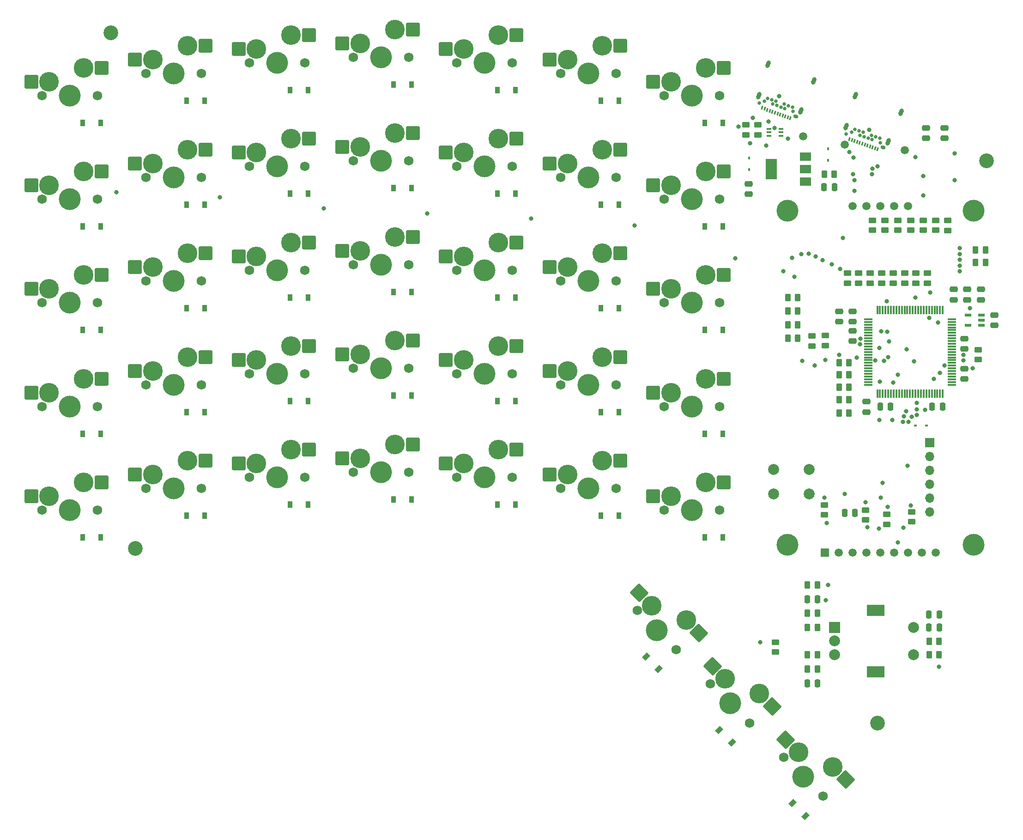
<source format=gbr>
%TF.GenerationSoftware,KiCad,Pcbnew,(6.0.7-1)-1*%
%TF.CreationDate,2022-10-21T17:23:08-04:00*%
%TF.ProjectId,Splitboard-A,53706c69-7462-46f6-9172-642d412e6b69,rev?*%
%TF.SameCoordinates,Original*%
%TF.FileFunction,Soldermask,Bot*%
%TF.FilePolarity,Negative*%
%FSLAX46Y46*%
G04 Gerber Fmt 4.6, Leading zero omitted, Abs format (unit mm)*
G04 Created by KiCad (PCBNEW (6.0.7-1)-1) date 2022-10-21 17:23:08*
%MOMM*%
%LPD*%
G01*
G04 APERTURE LIST*
G04 Aperture macros list*
%AMRoundRect*
0 Rectangle with rounded corners*
0 $1 Rounding radius*
0 $2 $3 $4 $5 $6 $7 $8 $9 X,Y pos of 4 corners*
0 Add a 4 corners polygon primitive as box body*
4,1,4,$2,$3,$4,$5,$6,$7,$8,$9,$2,$3,0*
0 Add four circle primitives for the rounded corners*
1,1,$1+$1,$2,$3*
1,1,$1+$1,$4,$5*
1,1,$1+$1,$6,$7*
1,1,$1+$1,$8,$9*
0 Add four rect primitives between the rounded corners*
20,1,$1+$1,$2,$3,$4,$5,0*
20,1,$1+$1,$4,$5,$6,$7,0*
20,1,$1+$1,$6,$7,$8,$9,0*
20,1,$1+$1,$8,$9,$2,$3,0*%
%AMHorizOval*
0 Thick line with rounded ends*
0 $1 width*
0 $2 $3 position (X,Y) of the first rounded end (center of the circle)*
0 $4 $5 position (X,Y) of the second rounded end (center of the circle)*
0 Add line between two ends*
20,1,$1,$2,$3,$4,$5,0*
0 Add two circle primitives to create the rounded ends*
1,1,$1,$2,$3*
1,1,$1,$4,$5*%
%AMRotRect*
0 Rectangle, with rotation*
0 The origin of the aperture is its center*
0 $1 length*
0 $2 width*
0 $3 Rotation angle, in degrees counterclockwise*
0 Add horizontal line*
21,1,$1,$2,0,0,$3*%
G04 Aperture macros list end*
%ADD10C,1.750000*%
%ADD11RoundRect,0.250000X-1.025000X-1.000000X1.025000X-1.000000X1.025000X1.000000X-1.025000X1.000000X0*%
%ADD12C,4.000000*%
%ADD13C,3.600000*%
%ADD14RoundRect,0.250000X-1.431891X0.017678X0.017678X-1.431891X1.431891X-0.017678X-0.017678X1.431891X0*%
%ADD15R,1.500000X1.500000*%
%ADD16C,1.500000*%
%ADD17R,2.000000X2.000000*%
%ADD18C,2.000000*%
%ADD19R,3.200000X2.000000*%
%ADD20RoundRect,0.250000X-0.250000X-0.475000X0.250000X-0.475000X0.250000X0.475000X-0.250000X0.475000X0*%
%ADD21RoundRect,0.250000X0.475000X-0.250000X0.475000X0.250000X-0.475000X0.250000X-0.475000X-0.250000X0*%
%ADD22R,0.600000X0.450000*%
%ADD23RoundRect,0.250000X-0.262500X-0.450000X0.262500X-0.450000X0.262500X0.450000X-0.262500X0.450000X0*%
%ADD24RoundRect,0.250000X0.262500X0.450000X-0.262500X0.450000X-0.262500X-0.450000X0.262500X-0.450000X0*%
%ADD25RoundRect,0.250000X-0.475000X0.250000X-0.475000X-0.250000X0.475000X-0.250000X0.475000X0.250000X0*%
%ADD26RoundRect,0.250000X0.450000X-0.262500X0.450000X0.262500X-0.450000X0.262500X-0.450000X-0.262500X0*%
%ADD27R,0.900000X1.200000*%
%ADD28RoundRect,0.250000X-0.450000X0.262500X-0.450000X-0.262500X0.450000X-0.262500X0.450000X0.262500X0*%
%ADD29C,2.700000*%
%ADD30R,1.700000X1.700000*%
%ADD31O,1.700000X1.700000*%
%ADD32RotRect,0.900000X1.200000X315.000000*%
%ADD33R,2.000000X1.500000*%
%ADD34R,2.000000X3.800000*%
%ADD35R,1.300000X0.550000*%
%ADD36RoundRect,0.250000X0.250000X0.475000X-0.250000X0.475000X-0.250000X-0.475000X0.250000X-0.475000X0*%
%ADD37R,0.876300X0.355600*%
%ADD38RoundRect,0.075000X0.725000X0.075000X-0.725000X0.075000X-0.725000X-0.075000X0.725000X-0.075000X0*%
%ADD39RoundRect,0.075000X0.075000X0.725000X-0.075000X0.725000X-0.075000X-0.725000X0.075000X-0.725000X0*%
%ADD40R,0.450000X0.600000*%
%ADD41HorizOval,0.650000X0.140954X-0.051303X-0.140954X0.051303X0*%
%ADD42C,0.650000*%
%ADD43RotRect,0.300000X0.700000X340.000000*%
%ADD44HorizOval,0.800000X-0.102606X-0.281908X0.102606X0.281908X0*%
%ADD45C,0.800000*%
G04 APERTURE END LIST*
D10*
%TO.C,K28*%
X224080000Y-97000000D03*
D11*
X224842000Y-91920000D03*
D12*
X219000000Y-97000000D03*
D11*
X211915000Y-94460000D03*
D10*
X213920000Y-97000000D03*
D13*
X215190000Y-94460000D03*
X221540000Y-91920000D03*
%TD*%
D12*
%TO.C,K11*%
X162000000Y-52000000D03*
D10*
X156920000Y-52000000D03*
D11*
X167842000Y-46920000D03*
D10*
X167080000Y-52000000D03*
D11*
X154915000Y-49460000D03*
D13*
X158190000Y-49460000D03*
X164540000Y-46920000D03*
%TD*%
D12*
%TO.C,K33*%
X181000000Y-110000000D03*
D11*
X186842000Y-104920000D03*
D10*
X175920000Y-110000000D03*
X186080000Y-110000000D03*
D11*
X173915000Y-107460000D03*
D13*
X177190000Y-107460000D03*
X183540000Y-104920000D03*
%TD*%
D10*
%TO.C,K20*%
X205080000Y-74000000D03*
D12*
X200000000Y-74000000D03*
D11*
X205842000Y-68920000D03*
X192915000Y-71460000D03*
D10*
X194920000Y-74000000D03*
D13*
X196190000Y-71460000D03*
X202540000Y-68920000D03*
%TD*%
D11*
%TO.C,K13*%
X205842000Y-49920000D03*
X192915000Y-52460000D03*
D10*
X194920000Y-55000000D03*
X205080000Y-55000000D03*
D12*
X200000000Y-55000000D03*
D13*
X196190000Y-52460000D03*
X202540000Y-49920000D03*
%TD*%
D11*
%TO.C,K7*%
X211915000Y-37460000D03*
X224842000Y-34920000D03*
D10*
X224080000Y-40000000D03*
D12*
X219000000Y-40000000D03*
D10*
X213920000Y-40000000D03*
D13*
X215190000Y-37460000D03*
X221540000Y-34920000D03*
%TD*%
D11*
%TO.C,K17*%
X148842000Y-66920000D03*
D12*
X143000000Y-72000000D03*
D10*
X148080000Y-72000000D03*
D11*
X135915000Y-69460000D03*
D10*
X137920000Y-72000000D03*
D13*
X139190000Y-69460000D03*
X145540000Y-66920000D03*
%TD*%
D11*
%TO.C,K16*%
X129842000Y-68920000D03*
D12*
X124000000Y-74000000D03*
D11*
X116915000Y-71460000D03*
D10*
X129080000Y-74000000D03*
X118920000Y-74000000D03*
D13*
X120190000Y-71460000D03*
X126540000Y-68920000D03*
%TD*%
D10*
%TO.C,K37*%
X229592102Y-154987367D03*
D12*
X226000000Y-151395265D03*
D10*
X222407898Y-147803163D03*
D14*
X233723020Y-151934080D03*
X222786200Y-144589362D03*
D13*
X225101974Y-146905137D03*
X231388154Y-149599214D03*
%TD*%
D12*
%TO.C,U2*%
X270610000Y-61100000D03*
X270610000Y-122300000D03*
X236510000Y-61100000D03*
X236510000Y-122300000D03*
D15*
X243400000Y-123800000D03*
D16*
X245940000Y-123800000D03*
X248480000Y-123800000D03*
X251020000Y-123800000D03*
X253560000Y-123800000D03*
X256100000Y-123800000D03*
X258640000Y-123800000D03*
X261180000Y-123800000D03*
X263720000Y-123800000D03*
X248480000Y-60280000D03*
X251020000Y-60280000D03*
X253560000Y-60280000D03*
X256100000Y-60280000D03*
X258640000Y-60280000D03*
%TD*%
D11*
%TO.C,K2*%
X116915000Y-33460000D03*
D10*
X129080000Y-36000000D03*
X118920000Y-36000000D03*
D12*
X124000000Y-36000000D03*
D11*
X129842000Y-30920000D03*
D13*
X120190000Y-33460000D03*
X126540000Y-30920000D03*
%TD*%
D10*
%TO.C,K38*%
X243027131Y-168422396D03*
D14*
X247158049Y-165369109D03*
X236221229Y-158024391D03*
D12*
X239435029Y-164830294D03*
D10*
X235842927Y-161238192D03*
D13*
X238537003Y-160340166D03*
X244823183Y-163034243D03*
%TD*%
D12*
%TO.C,K5*%
X181000000Y-34000000D03*
D11*
X186842000Y-28920000D03*
D10*
X186080000Y-34000000D03*
D11*
X173915000Y-31460000D03*
D10*
X175920000Y-34000000D03*
D13*
X177190000Y-31460000D03*
X183540000Y-28920000D03*
%TD*%
D11*
%TO.C,K9*%
X129842000Y-49920000D03*
D10*
X118920000Y-55000000D03*
X129080000Y-55000000D03*
D11*
X116915000Y-52460000D03*
D12*
X124000000Y-55000000D03*
D13*
X120190000Y-52460000D03*
X126540000Y-49920000D03*
%TD*%
D10*
%TO.C,K32*%
X156920000Y-109000000D03*
D11*
X154915000Y-106460000D03*
D12*
X162000000Y-109000000D03*
D10*
X167080000Y-109000000D03*
D11*
X167842000Y-103920000D03*
D13*
X158190000Y-106460000D03*
X164540000Y-103920000D03*
%TD*%
D10*
%TO.C,K1*%
X110080000Y-40000000D03*
D12*
X105000000Y-40000000D03*
D11*
X97915000Y-37460000D03*
X110842000Y-34920000D03*
D10*
X99920000Y-40000000D03*
D13*
X101190000Y-37460000D03*
X107540000Y-34920000D03*
%TD*%
D10*
%TO.C,K26*%
X175920000Y-91000000D03*
D11*
X186842000Y-85920000D03*
X173915000Y-88460000D03*
D12*
X181000000Y-91000000D03*
D10*
X186080000Y-91000000D03*
D13*
X177190000Y-88460000D03*
X183540000Y-85920000D03*
%TD*%
D17*
%TO.C,SW1*%
X245175000Y-137475000D03*
D18*
X245175000Y-142475000D03*
X245175000Y-139975000D03*
D19*
X252675000Y-145575000D03*
X252675000Y-134375000D03*
D18*
X259675000Y-142475000D03*
X259675000Y-137475000D03*
%TD*%
D11*
%TO.C,K4*%
X167842000Y-27920000D03*
X154915000Y-30460000D03*
D12*
X162000000Y-33000000D03*
D10*
X167080000Y-33000000D03*
X156920000Y-33000000D03*
D13*
X158190000Y-30460000D03*
X164540000Y-27920000D03*
%TD*%
D11*
%TO.C,K34*%
X192915000Y-109460000D03*
D10*
X194920000Y-112000000D03*
D12*
X200000000Y-112000000D03*
D11*
X205842000Y-106920000D03*
D10*
X205080000Y-112000000D03*
D13*
X196190000Y-109460000D03*
X202540000Y-106920000D03*
%TD*%
D11*
%TO.C,K30*%
X116915000Y-109460000D03*
X129842000Y-106920000D03*
D10*
X129080000Y-112000000D03*
D12*
X124000000Y-112000000D03*
D10*
X118920000Y-112000000D03*
D13*
X120190000Y-109460000D03*
X126540000Y-106920000D03*
%TD*%
D11*
%TO.C,K14*%
X224842000Y-53920000D03*
D10*
X213920000Y-59000000D03*
X224080000Y-59000000D03*
D11*
X211915000Y-56460000D03*
D12*
X219000000Y-59000000D03*
D13*
X215190000Y-56460000D03*
X221540000Y-53920000D03*
%TD*%
D11*
%TO.C,K12*%
X173915000Y-50460000D03*
X186842000Y-47920000D03*
D10*
X186080000Y-53000000D03*
X175920000Y-53000000D03*
D12*
X181000000Y-53000000D03*
D13*
X177190000Y-50460000D03*
X183540000Y-47920000D03*
%TD*%
D12*
%TO.C,K22*%
X105000000Y-97000000D03*
D10*
X110080000Y-97000000D03*
X99920000Y-97000000D03*
D11*
X110842000Y-91920000D03*
X97915000Y-94460000D03*
D13*
X101190000Y-94460000D03*
X107540000Y-91920000D03*
%TD*%
D10*
%TO.C,K6*%
X205080000Y-36000000D03*
D11*
X192915000Y-33460000D03*
D12*
X200000000Y-36000000D03*
D10*
X194920000Y-36000000D03*
D11*
X205842000Y-30920000D03*
D13*
X196190000Y-33460000D03*
X202540000Y-30920000D03*
%TD*%
D10*
%TO.C,K8*%
X110080000Y-59000000D03*
D11*
X97915000Y-56460000D03*
D12*
X105000000Y-59000000D03*
D10*
X99920000Y-59000000D03*
D11*
X110842000Y-53920000D03*
D13*
X101190000Y-56460000D03*
X107540000Y-53920000D03*
%TD*%
D10*
%TO.C,K18*%
X156920000Y-71000000D03*
D11*
X154915000Y-68460000D03*
D12*
X162000000Y-71000000D03*
D10*
X167080000Y-71000000D03*
D11*
X167842000Y-65920000D03*
D13*
X158190000Y-68460000D03*
X164540000Y-65920000D03*
%TD*%
D11*
%TO.C,K15*%
X110842000Y-72920000D03*
D10*
X110080000Y-78000000D03*
D11*
X97915000Y-75460000D03*
D10*
X99920000Y-78000000D03*
D12*
X105000000Y-78000000D03*
D13*
X101190000Y-75460000D03*
X107540000Y-72920000D03*
%TD*%
D12*
%TO.C,K21*%
X219000000Y-78000000D03*
D11*
X224842000Y-72920000D03*
X211915000Y-75460000D03*
D10*
X224080000Y-78000000D03*
X213920000Y-78000000D03*
D13*
X215190000Y-75460000D03*
X221540000Y-72920000D03*
%TD*%
D11*
%TO.C,K19*%
X173915000Y-69460000D03*
X186842000Y-66920000D03*
D10*
X175920000Y-72000000D03*
D12*
X181000000Y-72000000D03*
D10*
X186080000Y-72000000D03*
D13*
X177190000Y-69460000D03*
X183540000Y-66920000D03*
%TD*%
D12*
%TO.C,K25*%
X162000000Y-90000000D03*
D11*
X167842000Y-84920000D03*
X154915000Y-87460000D03*
D10*
X167080000Y-90000000D03*
X156920000Y-90000000D03*
D13*
X158190000Y-87460000D03*
X164540000Y-84920000D03*
%TD*%
D10*
%TO.C,K10*%
X137920000Y-53000000D03*
D11*
X135915000Y-50460000D03*
D10*
X148080000Y-53000000D03*
D12*
X143000000Y-53000000D03*
D11*
X148842000Y-47920000D03*
D13*
X139190000Y-50460000D03*
X145540000Y-47920000D03*
%TD*%
D10*
%TO.C,K31*%
X137920000Y-110000000D03*
X148080000Y-110000000D03*
D11*
X135915000Y-107460000D03*
D12*
X143000000Y-110000000D03*
D11*
X148842000Y-104920000D03*
D13*
X139190000Y-107460000D03*
X145540000Y-104920000D03*
%TD*%
D11*
%TO.C,K23*%
X116915000Y-90460000D03*
X129842000Y-87920000D03*
D10*
X129080000Y-93000000D03*
D12*
X124000000Y-93000000D03*
D10*
X118920000Y-93000000D03*
D13*
X120190000Y-90460000D03*
X126540000Y-87920000D03*
%TD*%
D10*
%TO.C,K29*%
X99920000Y-116000000D03*
D11*
X110842000Y-110920000D03*
X97915000Y-113460000D03*
D12*
X105000000Y-116000000D03*
D10*
X110080000Y-116000000D03*
D13*
X101190000Y-113460000D03*
X107540000Y-110920000D03*
%TD*%
D11*
%TO.C,K24*%
X148842000Y-85920000D03*
D10*
X148080000Y-91000000D03*
D11*
X135915000Y-88460000D03*
D12*
X143000000Y-91000000D03*
D10*
X137920000Y-91000000D03*
D13*
X139190000Y-88460000D03*
X145540000Y-85920000D03*
%TD*%
D14*
%TO.C,K36*%
X209351171Y-131154333D03*
D10*
X216157073Y-141552338D03*
D14*
X220287991Y-138499051D03*
D10*
X208972869Y-134368134D03*
D12*
X212564971Y-137960236D03*
D13*
X211666945Y-133470108D03*
X217953125Y-136164185D03*
%TD*%
D10*
%TO.C,K35*%
X213920000Y-116000000D03*
D11*
X211915000Y-113460000D03*
D10*
X224080000Y-116000000D03*
D12*
X219000000Y-116000000D03*
D11*
X224842000Y-110920000D03*
D13*
X215190000Y-113460000D03*
X221540000Y-110920000D03*
%TD*%
D11*
%TO.C,K27*%
X205842000Y-87920000D03*
D12*
X200000000Y-93000000D03*
D10*
X194920000Y-93000000D03*
D11*
X192915000Y-90460000D03*
D10*
X205080000Y-93000000D03*
D13*
X196190000Y-90460000D03*
X202540000Y-87920000D03*
%TD*%
D10*
%TO.C,K3*%
X148080000Y-34000000D03*
X137920000Y-34000000D03*
D11*
X148842000Y-28920000D03*
D12*
X143000000Y-34000000D03*
D11*
X135915000Y-31460000D03*
D13*
X139190000Y-31460000D03*
X145540000Y-28920000D03*
%TD*%
D20*
%TO.C,C5*%
X262450000Y-137500000D03*
X264350000Y-137500000D03*
%TD*%
D21*
%TO.C,C20*%
X265300000Y-47850000D03*
X265300000Y-45950000D03*
%TD*%
D22*
%TO.C,D41*%
X259950000Y-100500000D03*
X262050000Y-100500000D03*
%TD*%
D23*
%TO.C,R7*%
X236587500Y-82000000D03*
X238412500Y-82000000D03*
%TD*%
D24*
%TO.C,R14*%
X242012500Y-145100000D03*
X240187500Y-145100000D03*
%TD*%
D25*
%TO.C,C10*%
X248500000Y-79550000D03*
X248500000Y-81450000D03*
%TD*%
D26*
%TO.C,R16*%
X259100000Y-64712500D03*
X259100000Y-62887500D03*
%TD*%
D20*
%TO.C,C8*%
X263050000Y-97000000D03*
X264950000Y-97000000D03*
%TD*%
D18*
%TO.C,SW2*%
X234000000Y-108500000D03*
X240500000Y-108500000D03*
X234000000Y-113000000D03*
X240500000Y-113000000D03*
%TD*%
D26*
%TO.C,R25*%
X251700000Y-74412500D03*
X251700000Y-72587500D03*
%TD*%
D20*
%TO.C,C1*%
X253550000Y-97000000D03*
X255450000Y-97000000D03*
%TD*%
D27*
%TO.C,D22*%
X110650000Y-102000000D03*
X107350000Y-102000000D03*
%TD*%
D28*
%TO.C,R2*%
X231100000Y-45387500D03*
X231100000Y-47212500D03*
%TD*%
D29*
%TO.C,H1*%
X273000000Y-52000000D03*
%TD*%
D25*
%TO.C,C9*%
X246000000Y-79550000D03*
X246000000Y-81450000D03*
%TD*%
D27*
%TO.C,D19*%
X186650000Y-77000000D03*
X183350000Y-77000000D03*
%TD*%
D21*
%TO.C,C12*%
X269500000Y-77450000D03*
X269500000Y-75550000D03*
%TD*%
D20*
%TO.C,C3*%
X243250000Y-56800000D03*
X245150000Y-56800000D03*
%TD*%
D27*
%TO.C,D9*%
X129650000Y-60000000D03*
X126350000Y-60000000D03*
%TD*%
D23*
%TO.C,R38*%
X270987500Y-70600000D03*
X272812500Y-70600000D03*
%TD*%
D27*
%TO.C,D13*%
X205650000Y-60000000D03*
X202350000Y-60000000D03*
%TD*%
D24*
%TO.C,R36*%
X242012500Y-129700000D03*
X240187500Y-129700000D03*
%TD*%
D27*
%TO.C,D10*%
X148650000Y-58000000D03*
X145350000Y-58000000D03*
%TD*%
D26*
%TO.C,R20*%
X265900000Y-64725000D03*
X265900000Y-62900000D03*
%TD*%
D27*
%TO.C,D12*%
X186650000Y-58000000D03*
X183350000Y-58000000D03*
%TD*%
D30*
%TO.C,J3*%
X262625000Y-103650000D03*
D31*
X262625000Y-106190000D03*
X262625000Y-108730000D03*
X262625000Y-111270000D03*
X262625000Y-113810000D03*
X262625000Y-116350000D03*
%TD*%
D27*
%TO.C,D16*%
X129650000Y-79000000D03*
X126350000Y-79000000D03*
%TD*%
D26*
%TO.C,R18*%
X263700000Y-64700000D03*
X263700000Y-62875000D03*
%TD*%
D27*
%TO.C,D15*%
X110650000Y-83000000D03*
X107350000Y-83000000D03*
%TD*%
D26*
%TO.C,R4*%
X243500000Y-85825000D03*
X243500000Y-84000000D03*
%TD*%
%TO.C,R30*%
X262200000Y-74412500D03*
X262200000Y-72587500D03*
%TD*%
D23*
%TO.C,R11*%
X240187500Y-137487500D03*
X242012500Y-137487500D03*
%TD*%
D32*
%TO.C,D37*%
X224025688Y-156248710D03*
X226359140Y-158582162D03*
%TD*%
D26*
%TO.C,R17*%
X256800000Y-64712500D03*
X256800000Y-62887500D03*
%TD*%
D27*
%TO.C,D11*%
X167650000Y-57000000D03*
X164350000Y-57000000D03*
%TD*%
D28*
%TO.C,R15*%
X271500000Y-86587500D03*
X271500000Y-88412500D03*
%TD*%
%TO.C,R22*%
X234300000Y-140187500D03*
X234300000Y-142012500D03*
%TD*%
D27*
%TO.C,D2*%
X129650000Y-41000000D03*
X126350000Y-41000000D03*
%TD*%
D21*
%TO.C,C13*%
X272000000Y-77450000D03*
X272000000Y-75550000D03*
%TD*%
D20*
%TO.C,C6*%
X262450000Y-135100000D03*
X264350000Y-135100000D03*
%TD*%
D23*
%TO.C,R9*%
X236587500Y-77000000D03*
X238412500Y-77000000D03*
%TD*%
D27*
%TO.C,D14*%
X224650000Y-64000000D03*
X221350000Y-64000000D03*
%TD*%
D23*
%TO.C,R39*%
X270987500Y-68300000D03*
X272812500Y-68300000D03*
%TD*%
D25*
%TO.C,C4*%
X229400000Y-56200000D03*
X229400000Y-58100000D03*
%TD*%
D33*
%TO.C,U4*%
X239850000Y-51200000D03*
X239850000Y-53500000D03*
D34*
X233550000Y-53500000D03*
D33*
X239850000Y-55800000D03*
%TD*%
D27*
%TO.C,D17*%
X148650000Y-77000000D03*
X145350000Y-77000000D03*
%TD*%
D20*
%TO.C,C16*%
X240150000Y-132300000D03*
X242050000Y-132300000D03*
%TD*%
D27*
%TO.C,D23*%
X129650000Y-98000000D03*
X126350000Y-98000000D03*
%TD*%
D24*
%TO.C,R33*%
X247812500Y-93480000D03*
X245987500Y-93480000D03*
%TD*%
D27*
%TO.C,D3*%
X148650000Y-39000000D03*
X145350000Y-39000000D03*
%TD*%
%TO.C,D34*%
X205650000Y-117000000D03*
X202350000Y-117000000D03*
%TD*%
D25*
%TO.C,C7*%
X251000000Y-96100000D03*
X251000000Y-98000000D03*
%TD*%
D35*
%TO.C,U1*%
X272123500Y-80248499D03*
X272123500Y-81198500D03*
X272123500Y-82148501D03*
X269623500Y-82148501D03*
X269623500Y-80248499D03*
%TD*%
D28*
%TO.C,R41*%
X259334000Y-116283100D03*
X259334000Y-118108100D03*
%TD*%
D24*
%TO.C,FB1*%
X245112500Y-54400000D03*
X243287500Y-54400000D03*
%TD*%
D21*
%TO.C,C14*%
X269000000Y-86450000D03*
X269000000Y-84550000D03*
%TD*%
D25*
%TO.C,C15*%
X269000000Y-90050000D03*
X269000000Y-91950000D03*
%TD*%
D27*
%TO.C,D30*%
X129650000Y-117000000D03*
X126350000Y-117000000D03*
%TD*%
%TO.C,D25*%
X167650000Y-95000000D03*
X164350000Y-95000000D03*
%TD*%
D36*
%TO.C,C17*%
X242050000Y-147700000D03*
X240150000Y-147700000D03*
%TD*%
D32*
%TO.C,D36*%
X210590654Y-142813684D03*
X212924106Y-145147136D03*
%TD*%
D27*
%TO.C,D35*%
X224650000Y-121000000D03*
X221350000Y-121000000D03*
%TD*%
D26*
%TO.C,R26*%
X253800000Y-74412500D03*
X253800000Y-72587500D03*
%TD*%
%TO.C,R28*%
X258000000Y-74412500D03*
X258000000Y-72587500D03*
%TD*%
D28*
%TO.C,R40*%
X243281200Y-115013100D03*
X243281200Y-116838100D03*
%TD*%
D21*
%TO.C,C21*%
X274500000Y-82150000D03*
X274500000Y-80250000D03*
%TD*%
D26*
%TO.C,R27*%
X255900000Y-74412500D03*
X255900000Y-72587500D03*
%TD*%
D27*
%TO.C,D31*%
X148650000Y-115000000D03*
X145350000Y-115000000D03*
%TD*%
D29*
%TO.C,H2*%
X112500000Y-28500000D03*
%TD*%
D27*
%TO.C,D21*%
X224650000Y-83000000D03*
X221350000Y-83000000D03*
%TD*%
D36*
%TO.C,C18*%
X248900000Y-116500000D03*
X247000000Y-116500000D03*
%TD*%
D28*
%TO.C,R43*%
X250799600Y-115952900D03*
X250799600Y-117777900D03*
%TD*%
D24*
%TO.C,R32*%
X247812500Y-95780000D03*
X245987500Y-95780000D03*
%TD*%
D37*
%TO.C,U5*%
X233107825Y-47397499D03*
X233107825Y-46747500D03*
X233107825Y-46097501D03*
X235330325Y-46097501D03*
X235330325Y-46747500D03*
X235330325Y-47397499D03*
%TD*%
D38*
%TO.C,U3*%
X266675000Y-81000000D03*
X266675000Y-81500000D03*
X266675000Y-82000000D03*
X266675000Y-82500000D03*
X266675000Y-83000000D03*
X266675000Y-83500000D03*
X266675000Y-84000000D03*
X266675000Y-84500000D03*
X266675000Y-85000000D03*
X266675000Y-85500000D03*
X266675000Y-86000000D03*
X266675000Y-86500000D03*
X266675000Y-87000000D03*
X266675000Y-87500000D03*
X266675000Y-88000000D03*
X266675000Y-88500000D03*
X266675000Y-89000000D03*
X266675000Y-89500000D03*
X266675000Y-90000000D03*
X266675000Y-90500000D03*
X266675000Y-91000000D03*
X266675000Y-91500000D03*
X266675000Y-92000000D03*
X266675000Y-92500000D03*
X266675000Y-93000000D03*
D39*
X265000000Y-94675000D03*
X264500000Y-94675000D03*
X264000000Y-94675000D03*
X263500000Y-94675000D03*
X263000000Y-94675000D03*
X262500000Y-94675000D03*
X262000000Y-94675000D03*
X261500000Y-94675000D03*
X261000000Y-94675000D03*
X260500000Y-94675000D03*
X260000000Y-94675000D03*
X259500000Y-94675000D03*
X259000000Y-94675000D03*
X258500000Y-94675000D03*
X258000000Y-94675000D03*
X257500000Y-94675000D03*
X257000000Y-94675000D03*
X256500000Y-94675000D03*
X256000000Y-94675000D03*
X255500000Y-94675000D03*
X255000000Y-94675000D03*
X254500000Y-94675000D03*
X254000000Y-94675000D03*
X253500000Y-94675000D03*
X253000000Y-94675000D03*
D38*
X251325000Y-93000000D03*
X251325000Y-92500000D03*
X251325000Y-92000000D03*
X251325000Y-91500000D03*
X251325000Y-91000000D03*
X251325000Y-90500000D03*
X251325000Y-90000000D03*
X251325000Y-89500000D03*
X251325000Y-89000000D03*
X251325000Y-88500000D03*
X251325000Y-88000000D03*
X251325000Y-87500000D03*
X251325000Y-87000000D03*
X251325000Y-86500000D03*
X251325000Y-86000000D03*
X251325000Y-85500000D03*
X251325000Y-85000000D03*
X251325000Y-84500000D03*
X251325000Y-84000000D03*
X251325000Y-83500000D03*
X251325000Y-83000000D03*
X251325000Y-82500000D03*
X251325000Y-82000000D03*
X251325000Y-81500000D03*
X251325000Y-81000000D03*
D39*
X253000000Y-79325000D03*
X253500000Y-79325000D03*
X254000000Y-79325000D03*
X254500000Y-79325000D03*
X255000000Y-79325000D03*
X255500000Y-79325000D03*
X256000000Y-79325000D03*
X256500000Y-79325000D03*
X257000000Y-79325000D03*
X257500000Y-79325000D03*
X258000000Y-79325000D03*
X258500000Y-79325000D03*
X259000000Y-79325000D03*
X259500000Y-79325000D03*
X260000000Y-79325000D03*
X260500000Y-79325000D03*
X261000000Y-79325000D03*
X261500000Y-79325000D03*
X262000000Y-79325000D03*
X262500000Y-79325000D03*
X263000000Y-79325000D03*
X263500000Y-79325000D03*
X264000000Y-79325000D03*
X264500000Y-79325000D03*
X265000000Y-79325000D03*
%TD*%
D32*
%TO.C,D38*%
X237460717Y-169683738D03*
X239794169Y-172017190D03*
%TD*%
D28*
%TO.C,R1*%
X228900000Y-45387500D03*
X228900000Y-47212500D03*
%TD*%
%TO.C,R44*%
X254736600Y-116763800D03*
X254736600Y-118588800D03*
%TD*%
D27*
%TO.C,D5*%
X186650000Y-39000000D03*
X183350000Y-39000000D03*
%TD*%
D23*
%TO.C,R13*%
X240187500Y-142487500D03*
X242012500Y-142487500D03*
%TD*%
D27*
%TO.C,D18*%
X167650000Y-76000000D03*
X164350000Y-76000000D03*
%TD*%
D26*
%TO.C,R21*%
X252100000Y-64712500D03*
X252100000Y-62887500D03*
%TD*%
D29*
%TO.C,H3*%
X253000000Y-155000000D03*
%TD*%
D23*
%TO.C,R8*%
X236587500Y-79500000D03*
X238412500Y-79500000D03*
%TD*%
D27*
%TO.C,D28*%
X224650000Y-102000000D03*
X221350000Y-102000000D03*
%TD*%
%TO.C,D32*%
X167650000Y-114000000D03*
X164350000Y-114000000D03*
%TD*%
D21*
%TO.C,C11*%
X267000000Y-77450000D03*
X267000000Y-75550000D03*
%TD*%
D40*
%TO.C,D40*%
X229500000Y-51450000D03*
X229500000Y-53550000D03*
%TD*%
D23*
%TO.C,R10*%
X262487500Y-140000000D03*
X264312500Y-140000000D03*
%TD*%
D29*
%TO.C,H4*%
X117000000Y-123000000D03*
%TD*%
D27*
%TO.C,D27*%
X205650000Y-98000000D03*
X202350000Y-98000000D03*
%TD*%
D26*
%TO.C,R19*%
X261400000Y-64712500D03*
X261400000Y-62887500D03*
%TD*%
D27*
%TO.C,D29*%
X110650000Y-121000000D03*
X107350000Y-121000000D03*
%TD*%
D24*
%TO.C,R35*%
X247812500Y-89000000D03*
X245987500Y-89000000D03*
%TD*%
%TO.C,R34*%
X247825000Y-91180000D03*
X246000000Y-91180000D03*
%TD*%
D27*
%TO.C,D7*%
X224650000Y-45000000D03*
X221350000Y-45000000D03*
%TD*%
%TO.C,D6*%
X205650000Y-41000000D03*
X202350000Y-41000000D03*
%TD*%
D23*
%TO.C,R6*%
X236587500Y-84500000D03*
X238412500Y-84500000D03*
%TD*%
%TO.C,R12*%
X240187500Y-134900000D03*
X242012500Y-134900000D03*
%TD*%
D26*
%TO.C,R29*%
X260100000Y-74412500D03*
X260100000Y-72587500D03*
%TD*%
%TO.C,R23*%
X247500000Y-74412500D03*
X247500000Y-72587500D03*
%TD*%
D27*
%TO.C,D1*%
X110650000Y-45000000D03*
X107350000Y-45000000D03*
%TD*%
D41*
%TO.C,J2*%
X254091686Y-49528332D03*
D42*
X247325899Y-47065787D03*
D43*
X247898904Y-47976702D03*
X248368750Y-48147712D03*
X248838597Y-48318722D03*
X249308443Y-48489732D03*
X249778289Y-48660742D03*
X250248136Y-48831752D03*
X250717982Y-49002762D03*
X251187828Y-49173772D03*
X251657675Y-49344782D03*
X252127521Y-49515792D03*
X252597367Y-49686802D03*
X253067214Y-49857812D03*
D42*
X253562245Y-48643916D03*
X253425782Y-47849323D03*
X252674028Y-47575707D03*
X252058736Y-48096684D03*
X251922273Y-47302091D03*
X251306982Y-47823068D03*
X250555228Y-47549452D03*
X250418765Y-46754859D03*
X249803474Y-47275835D03*
X249667011Y-46481243D03*
X248915257Y-46207626D03*
X248299966Y-46728603D03*
D44*
X247255387Y-45709901D03*
X257390557Y-43066943D03*
X255017248Y-48534987D03*
X248952117Y-39995603D03*
%TD*%
D24*
%TO.C,R37*%
X264312500Y-142500000D03*
X262487500Y-142500000D03*
%TD*%
D27*
%TO.C,D8*%
X110650000Y-64000000D03*
X107350000Y-64000000D03*
%TD*%
%TO.C,D20*%
X205650000Y-79000000D03*
X202350000Y-79000000D03*
%TD*%
D41*
%TO.C,J1*%
X238091686Y-43828332D03*
D42*
X231325899Y-41365787D03*
D43*
X231898904Y-42276702D03*
X232368750Y-42447712D03*
X232838597Y-42618722D03*
X233308443Y-42789732D03*
X233778289Y-42960742D03*
X234248136Y-43131752D03*
X234717982Y-43302762D03*
X235187828Y-43473772D03*
X235657675Y-43644782D03*
X236127521Y-43815792D03*
X236597367Y-43986802D03*
X237067214Y-44157812D03*
D42*
X237562245Y-42943916D03*
X237425782Y-42149323D03*
X236674028Y-41875707D03*
X236058736Y-42396684D03*
X235922273Y-41602091D03*
X235306982Y-42123068D03*
X234555228Y-41849452D03*
X234418765Y-41054859D03*
X233803474Y-41575835D03*
X233667011Y-40781243D03*
X232915257Y-40507626D03*
X232299966Y-41028603D03*
D44*
X241390557Y-37366943D03*
X232952117Y-34295603D03*
X231255387Y-40009901D03*
X239017248Y-42834987D03*
%TD*%
D27*
%TO.C,D26*%
X186650000Y-96000000D03*
X183350000Y-96000000D03*
%TD*%
D21*
%TO.C,C2*%
X248500000Y-85000000D03*
X248500000Y-83100000D03*
%TD*%
D26*
%TO.C,R3*%
X254400000Y-64712500D03*
X254400000Y-62887500D03*
%TD*%
D27*
%TO.C,D4*%
X167650000Y-38000000D03*
X164350000Y-38000000D03*
%TD*%
D21*
%TO.C,C19*%
X261900000Y-47850000D03*
X261900000Y-45950000D03*
%TD*%
D26*
%TO.C,R24*%
X249600000Y-74412500D03*
X249600000Y-72587500D03*
%TD*%
D24*
%TO.C,R31*%
X247825000Y-98200000D03*
X246000000Y-98200000D03*
%TD*%
D27*
%TO.C,D24*%
X148650000Y-96000000D03*
X145350000Y-96000000D03*
%TD*%
D40*
%TO.C,D39*%
X244000000Y-51850000D03*
X244000000Y-49750000D03*
%TD*%
D26*
%TO.C,R5*%
X241000000Y-85912500D03*
X241000000Y-84087500D03*
%TD*%
D27*
%TO.C,D33*%
X186650000Y-115000000D03*
X183350000Y-115000000D03*
%TD*%
D45*
X113500000Y-57700000D03*
X246200000Y-71800000D03*
X132500000Y-58700000D03*
X244700000Y-70923500D03*
X151500000Y-60700000D03*
X243000000Y-70199000D03*
X170500000Y-61600000D03*
X241700000Y-69474500D03*
X239200000Y-88600000D03*
X241500000Y-89500000D03*
X232664000Y-49174400D03*
X243550000Y-132450000D03*
X267200000Y-50600000D03*
X267200000Y-55500000D03*
X229637101Y-48738301D03*
X189500000Y-62585500D03*
X240410199Y-69024500D03*
X239074549Y-69074549D03*
X208500000Y-63800000D03*
X227000000Y-69800000D03*
X237400000Y-69724500D03*
X243500000Y-88500000D03*
X246000000Y-87500497D03*
X268775500Y-88549003D03*
X253600000Y-113700000D03*
X270500000Y-90000000D03*
X247000000Y-113000000D03*
X263387701Y-91912299D03*
X253400000Y-99500000D03*
X264107641Y-81607642D03*
X258546600Y-107823000D03*
X255775500Y-99500000D03*
X237800000Y-73200000D03*
X235762300Y-72237700D03*
X264500000Y-90800000D03*
X262500000Y-80775500D03*
X256794000Y-121894600D03*
D16*
X239400000Y-47500000D03*
X258000000Y-50000000D03*
X247000000Y-49000000D03*
D45*
X254000000Y-111000000D03*
X259700000Y-88700000D03*
X230200000Y-44100000D03*
X235000500Y-40081200D03*
X234145477Y-46000000D03*
X227524500Y-45700000D03*
X254775500Y-77724500D03*
X260000000Y-77000000D03*
X249912299Y-84612299D03*
X268100000Y-68000000D03*
X268775500Y-87549500D03*
X270000000Y-79000000D03*
X250850400Y-114579400D03*
X255015021Y-87988378D03*
X261724500Y-97586800D03*
X260275500Y-98552000D03*
X260275000Y-97510600D03*
X260223000Y-96367600D03*
X259323041Y-98864872D03*
X258749800Y-99775500D03*
X258262572Y-97875437D03*
X257844284Y-98783201D03*
X257724500Y-99775500D03*
X233100000Y-44800000D03*
X254800000Y-83300000D03*
X236600000Y-47900000D03*
X253700000Y-83224500D03*
X256800000Y-91200000D03*
X268100000Y-71200000D03*
X268112299Y-72212299D03*
X255900000Y-92600000D03*
X254889000Y-115392200D03*
X258375500Y-86500000D03*
X253400000Y-86236799D03*
X243281200Y-113724500D03*
X249799386Y-85605403D03*
X268112299Y-70112299D03*
X268100000Y-69100000D03*
X255200000Y-85074000D03*
X259156200Y-115112800D03*
X262700000Y-76100000D03*
X265292358Y-89492358D03*
X246700000Y-66100000D03*
X253474895Y-92476237D03*
X247875500Y-50400000D03*
X248600000Y-51400000D03*
X260000000Y-51300000D03*
X248800000Y-55500994D03*
X251500000Y-46300000D03*
X248800000Y-57500000D03*
X252026748Y-54387978D03*
X248512022Y-54387978D03*
X252117952Y-53392645D03*
X261400000Y-58300000D03*
X261400000Y-54800000D03*
X253031069Y-52986170D03*
X249200000Y-88000000D03*
X231500000Y-140200000D03*
X252630695Y-88581862D03*
X244000000Y-129700000D03*
X264300000Y-144700000D03*
X254224500Y-88600000D03*
X243763800Y-118389400D03*
X257810000Y-119227600D03*
X251180600Y-119126000D03*
X253314200Y-119375500D03*
M02*

</source>
